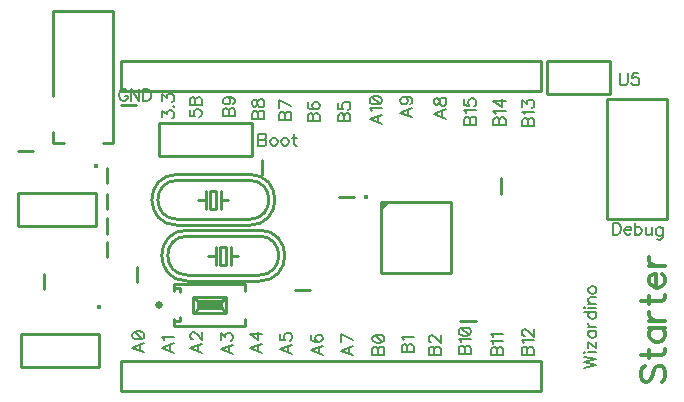
<source format=gbr>
G04 DipTrace 2.3.1.0*
%INTopSilk.gbr*%
%MOMM*%
%ADD10C,0.25*%
%ADD14C,0.4*%
%ADD15C,0.635*%
%ADD21O,0.391X0.392*%
%ADD69C,0.157*%
%ADD70C,0.314*%
%FSLAX53Y53*%
G04*
G71*
G90*
G75*
G01*
%LNTopSilk*%
%LPD*%
X-22960Y31421D2*
D10*
Y32720D1*
X-23002Y29414D2*
Y30713D1*
X-22960Y35708D2*
Y37007D1*
Y33485D2*
Y34784D1*
X8231Y24058D2*
X6932D1*
X10368Y36106D2*
Y34807D1*
X-2050Y34513D2*
X-3349D1*
X-5761Y26635D2*
X-7060D1*
X-29240Y38433D2*
X-30539D1*
X-20421Y28645D2*
Y27346D1*
X-28357Y26743D2*
Y28042D1*
X-21833Y42286D2*
X-20534D1*
X-9900Y36403D2*
Y37702D1*
X-17275Y23598D2*
X-11275D1*
X-17275Y27198D2*
X-11275D1*
X-17275D2*
Y26598D1*
Y23598D2*
Y24198D1*
X-11275Y23598D2*
Y24198D1*
Y26598D2*
Y27198D1*
X-17275Y26798D2*
X-16774D1*
Y26498D1*
Y24398D2*
Y23998D1*
X-17275D1*
X-15675Y26098D2*
X-12875D1*
Y24698D1*
X-15675D1*
Y26098D1*
G36*
X-15374Y25798D2*
X-13176D1*
Y24998D1*
X-15374D1*
Y25798D1*
G37*
X-15275Y25698D2*
D10*
X-15675Y26098D1*
X-13275Y25698D2*
X-12875Y26098D1*
X-13275Y25098D2*
X-12875Y24698D1*
X-15275Y25098D2*
X-15575Y24698D1*
D15*
X-18561Y25398D3*
X174Y34115D2*
D10*
X6176D1*
Y28115D1*
X174D1*
Y34115D1*
G36*
D2*
Y33315D1*
X975Y34115D1*
X174D1*
G37*
D14*
X-1025Y34566D3*
D21*
X-23910Y37141D3*
X-23883Y34874D2*
D10*
X-30483D1*
X-23883Y32074D2*
X-30483D1*
Y34874D2*
Y32074D1*
X-23883Y34874D2*
Y32074D1*
X14285Y43275D2*
X19625D1*
X14285Y46077D2*
X19625D1*
Y43275D2*
Y46077D1*
X14285Y43275D2*
Y46077D1*
X-18600Y38017D2*
Y40818D1*
Y38017D2*
X-10720D1*
Y40818D1*
X-18600D2*
X-10720D1*
X-16194Y27411D2*
X-10098D1*
X-16194Y31729D2*
X-10098D1*
X-16194Y27919D2*
X-10098D1*
Y31221D2*
X-16194D1*
X-13400Y30332D2*
X-12892D1*
Y28808D1*
X-13400D1*
Y30332D1*
X-12511D2*
Y29570D1*
Y28808D1*
X-13781Y30332D2*
Y29570D1*
Y28808D1*
X-12511Y29570D2*
X-11876D1*
X-13781D2*
X-14417D1*
X-16194Y31729D2*
G03X-16194Y27411I0J-2159D01*
G01*
X-10098D2*
G03X-10098Y31729I0J2159D01*
G01*
X-16194Y31221D2*
G03X-16194Y27919I1J-1651D01*
G01*
X-10098D2*
G03X-10098Y31221I-1J1651D01*
G01*
X-17028Y32135D2*
X-10931D1*
X-17028Y36453D2*
X-10931D1*
X-17028Y32642D2*
X-10931D1*
Y35945D2*
X-17028D1*
X-14234Y35056D2*
X-13725D1*
Y33531D1*
X-14234D1*
Y35056D1*
X-13344D2*
Y34294D1*
Y33531D1*
X-14615Y35056D2*
Y34294D1*
Y33531D1*
X-13344Y34294D2*
X-12709D1*
X-14615D2*
X-15250D1*
X-17028Y36453D2*
G03X-17028Y32135I0J-2159D01*
G01*
X-10931D2*
G03X-10931Y36453I0J2159D01*
G01*
X-17028Y35945D2*
G03X-17028Y32642I1J-1651D01*
G01*
X-10931D2*
G03X-10931Y35945I-1J1651D01*
G01*
D21*
X-23679Y25213D3*
X-23653Y22946D2*
D10*
X-30252D1*
X-23653Y20146D2*
X-30252D1*
Y22946D2*
Y20146D1*
X-23653Y22946D2*
Y20146D1*
X-27519Y50315D2*
X-22519D1*
Y39115D1*
X-23318D1*
X-26618D2*
X-27519D1*
Y40016D1*
Y43116D2*
Y50315D1*
X19340Y42825D2*
Y32665D1*
X24420Y42825D2*
Y32665D1*
X19340Y42825D2*
X24420D1*
X19340Y32665D2*
X24420D1*
X13780Y18110D2*
Y20650D1*
X-21780Y18110D2*
X13780D1*
X-21780D2*
Y20650D1*
X-19860D1*
X13780D1*
Y43509D2*
Y46049D1*
X-21780Y43509D2*
X13780D1*
X-21780D2*
Y46049D1*
X-19860D1*
X13780D1*
X-19831Y22158D2*
D69*
X-20852Y21769D1*
X-19831Y21380D1*
X-20171Y21526D2*
Y22012D1*
X-20851Y22764D2*
X-20803Y22618D1*
X-20657Y22520D1*
X-20414Y22472D1*
X-20268D1*
X-20025Y22520D1*
X-19879Y22618D1*
X-19831Y22764D1*
Y22861D1*
X-19879Y23007D1*
X-20025Y23103D1*
X-20268Y23153D1*
X-20414D1*
X-20657Y23103D1*
X-20803Y23007D1*
X-20851Y22861D1*
Y22764D1*
X-20657Y23103D2*
X-20025Y22520D1*
X-17300Y22127D2*
X-18320Y21737D1*
X-17300Y21349D1*
X-17640Y21495D2*
Y21981D1*
X-18125Y22441D2*
X-18174Y22538D1*
X-18319Y22684D1*
X-17300D1*
X-14914Y22117D2*
X-15935Y21727D1*
X-14914Y21338D1*
X-15255Y21484D2*
Y21971D1*
X-15692Y22480D2*
X-15740D1*
X-15838Y22528D1*
X-15886Y22576D1*
X-15934Y22674D1*
Y22868D1*
X-15886Y22965D1*
X-15838Y23013D1*
X-15740Y23063D1*
X-15643D1*
X-15546Y23013D1*
X-15401Y22917D1*
X-14914Y22430D1*
Y23111D1*
X-12331Y22033D2*
X-13352Y21644D1*
X-12331Y21255D1*
X-12671Y21401D2*
Y21887D1*
X-13351Y22445D2*
Y22978D1*
X-12962Y22687D1*
Y22833D1*
X-12914Y22930D1*
X-12866Y22978D1*
X-12720Y23028D1*
X-12623D1*
X-12477Y22978D1*
X-12379Y22882D1*
X-12331Y22736D1*
Y22590D1*
X-12379Y22445D1*
X-12429Y22396D1*
X-12525Y22347D1*
X-9890Y22093D2*
X-10911Y21703D1*
X-9890Y21314D1*
X-10231Y21460D2*
Y21947D1*
X-9890Y22893D2*
X-10910D1*
X-10231Y22406D1*
Y23135D1*
X-7321Y22039D2*
X-8342Y21649D1*
X-7321Y21261D1*
X-7661Y21407D2*
Y21893D1*
X-8341Y22936D2*
Y22451D1*
X-7904Y22402D1*
X-7952Y22451D1*
X-8002Y22597D1*
Y22742D1*
X-7952Y22888D1*
X-7856Y22985D1*
X-7710Y23034D1*
X-7613D1*
X-7467Y22985D1*
X-7369Y22888D1*
X-7321Y22742D1*
Y22597D1*
X-7369Y22451D1*
X-7419Y22402D1*
X-7515Y22353D1*
X-4722Y21939D2*
X-5743Y21549D1*
X-4722Y21161D1*
X-5063Y21307D2*
Y21793D1*
X-5597Y22835D2*
X-5694Y22787D1*
X-5742Y22641D1*
Y22545D1*
X-5694Y22399D1*
X-5548Y22301D1*
X-5305Y22253D1*
X-5063D1*
X-4868Y22301D1*
X-4771Y22399D1*
X-4722Y22545D1*
Y22593D1*
X-4771Y22738D1*
X-4868Y22835D1*
X-5014Y22884D1*
X-5063D1*
X-5209Y22835D1*
X-5305Y22738D1*
X-5353Y22593D1*
Y22545D1*
X-5305Y22399D1*
X-5209Y22301D1*
X-5063Y22253D1*
X-2157Y21914D2*
X-3178Y21524D1*
X-2157Y21136D1*
X-2498Y21282D2*
Y21768D1*
X-2157Y22422D2*
X-3177Y22909D1*
Y22228D1*
X-528Y21185D2*
X493D1*
Y21623D1*
X443Y21769D1*
X395Y21817D1*
X299Y21865D1*
X153D1*
X55Y21817D1*
X7Y21769D1*
X-42Y21623D1*
X-91Y21769D1*
X-139Y21817D1*
X-236Y21865D1*
X-334D1*
X-430Y21817D1*
X-480Y21769D1*
X-528Y21623D1*
Y21185D1*
X-42D2*
Y21623D1*
X-527Y22471D2*
X-479Y22325D1*
X-333Y22227D1*
X-90Y22179D1*
X56D1*
X299Y22227D1*
X445Y22325D1*
X493Y22471D1*
Y22568D1*
X445Y22714D1*
X299Y22810D1*
X56Y22860D1*
X-90D1*
X-333Y22810D1*
X-479Y22714D1*
X-527Y22568D1*
Y22471D1*
X-333Y22810D2*
X299Y22227D1*
X1953Y21403D2*
X2973D1*
Y21841D1*
X2924Y21987D1*
X2876Y22035D1*
X2779Y22084D1*
X2633D1*
X2535Y22035D1*
X2487Y21987D1*
X2439Y21841D1*
X2389Y21987D1*
X2341Y22035D1*
X2245Y22084D1*
X2147D1*
X2050Y22035D1*
X2001Y21987D1*
X1953Y21841D1*
Y21403D1*
X2439D2*
Y21841D1*
X2148Y22397D2*
X2099Y22495D1*
X1954Y22641D1*
X2973D1*
X4235Y21185D2*
X5256D1*
Y21623D1*
X5206Y21769D1*
X5158Y21817D1*
X5062Y21865D1*
X4916D1*
X4818Y21817D1*
X4770Y21769D1*
X4721Y21623D1*
X4672Y21769D1*
X4624Y21817D1*
X4527Y21865D1*
X4429D1*
X4333Y21817D1*
X4283Y21769D1*
X4235Y21623D1*
Y21185D1*
X4721D2*
Y21623D1*
X4479Y22228D2*
X4430D1*
X4333Y22277D1*
X4284Y22325D1*
X4236Y22423D1*
Y22617D1*
X4284Y22714D1*
X4333Y22762D1*
X4430Y22811D1*
X4527D1*
X4625Y22762D1*
X4770Y22665D1*
X5256Y22179D1*
Y22860D1*
X6802Y21239D2*
X7823D1*
Y21677D1*
X7773Y21823D1*
X7725Y21872D1*
X7628Y21920D1*
X7482D1*
X7385Y21872D1*
X7336Y21823D1*
X7288Y21677D1*
X7239Y21823D1*
X7190Y21872D1*
X7094Y21920D1*
X6996D1*
X6900Y21872D1*
X6850Y21823D1*
X6802Y21677D1*
Y21239D1*
X7288D2*
Y21677D1*
X6997Y22234D2*
X6948Y22331D1*
X6803Y22477D1*
X7823D1*
X6803Y23083D2*
X6851Y22937D1*
X6997Y22839D1*
X7240Y22791D1*
X7386D1*
X7628Y22839D1*
X7774Y22937D1*
X7823Y23083D1*
Y23180D1*
X7774Y23326D1*
X7628Y23422D1*
X7386Y23472D1*
X7240D1*
X6997Y23422D1*
X6851Y23326D1*
X6803Y23180D1*
Y23083D1*
X6997Y23422D2*
X7628Y22839D1*
X9535Y21124D2*
X10555D1*
Y21562D1*
X10506Y21708D1*
X10458Y21757D1*
X10361Y21805D1*
X10215D1*
X10117Y21757D1*
X10069Y21708D1*
X10021Y21562D1*
X9971Y21708D1*
X9923Y21757D1*
X9827Y21805D1*
X9729D1*
X9632Y21757D1*
X9583Y21708D1*
X9535Y21562D1*
Y21124D1*
X10021D2*
Y21562D1*
X9730Y22119D2*
X9681Y22216D1*
X9536Y22362D1*
X10555D1*
X9730Y22676D2*
X9681Y22774D1*
X9536Y22920D1*
X10555D1*
X12127Y21156D2*
X13147D1*
Y21594D1*
X13098Y21740D1*
X13050Y21788D1*
X12953Y21837D1*
X12807D1*
X12709Y21788D1*
X12661Y21740D1*
X12613Y21594D1*
X12563Y21740D1*
X12515Y21788D1*
X12419Y21837D1*
X12321D1*
X12224Y21788D1*
X12175Y21740D1*
X12127Y21594D1*
Y21156D1*
X12613D2*
Y21594D1*
X12322Y22150D2*
X12273Y22248D1*
X12128Y22394D1*
X13147D1*
X12370Y22757D2*
X12322D1*
X12224Y22805D1*
X12176Y22854D1*
X12128Y22951D1*
Y23146D1*
X12176Y23242D1*
X12224Y23291D1*
X12322Y23340D1*
X12419D1*
X12516Y23291D1*
X12661Y23194D1*
X13147Y22708D1*
Y23388D1*
X22541Y20230D2*
D70*
X22346Y20037D1*
X22249Y19745D1*
Y19356D1*
X22346Y19064D1*
X22541Y18869D1*
X22734D1*
X22930Y18968D1*
X23026Y19064D1*
X23123Y19257D1*
X23318Y19841D1*
X23415Y20037D1*
X23514Y20133D1*
X23707Y20230D1*
X23999D1*
X24192Y20037D1*
X24291Y19745D1*
Y19356D1*
X24192Y19064D1*
X23999Y18869D1*
X22249Y21149D2*
X23902D1*
X24192Y21246D1*
X24291Y21441D1*
Y21635D1*
X22930Y20857D2*
Y21538D1*
Y23428D2*
X24291D1*
X23222D2*
X23026Y23235D1*
X22930Y23039D1*
Y22749D1*
X23026Y22554D1*
X23222Y22361D1*
X23514Y22262D1*
X23707D1*
X23999Y22361D1*
X24192Y22554D1*
X24291Y22749D1*
Y23039D1*
X24192Y23235D1*
X23999Y23428D1*
X22930Y24055D2*
X24291D1*
X23514D2*
X23222Y24154D1*
X23026Y24347D1*
X22930Y24543D1*
Y24835D1*
X22249Y25754D2*
X23902D1*
X24192Y25851D1*
X24291Y26046D1*
Y26239D1*
X22930Y25462D2*
Y26143D1*
X23514Y26867D2*
Y28032D1*
X23318D1*
X23123Y27936D1*
X23026Y27839D1*
X22930Y27644D1*
Y27352D1*
X23026Y27159D1*
X23222Y26963D1*
X23514Y26867D1*
X23707D1*
X23999Y26963D1*
X24192Y27159D1*
X24291Y27352D1*
Y27644D1*
X24192Y27839D1*
X23999Y28032D1*
X22930Y28660D2*
X24291D1*
X23514D2*
X23222Y28759D1*
X23026Y28952D1*
X22930Y29147D1*
Y29439D1*
X19833Y32338D2*
D69*
Y31317D1*
X20174D1*
X20320Y31367D1*
X20417Y31463D1*
X20466Y31561D1*
X20514Y31706D1*
Y31949D1*
X20466Y32095D1*
X20417Y32192D1*
X20320Y32290D1*
X20174Y32338D1*
X19833D1*
X20828Y31706D2*
X21411D1*
Y31803D1*
X21362Y31901D1*
X21314Y31949D1*
X21216Y31998D1*
X21070D1*
X20974Y31949D1*
X20876Y31852D1*
X20828Y31706D1*
Y31609D1*
X20876Y31463D1*
X20974Y31367D1*
X21070Y31317D1*
X21216D1*
X21314Y31367D1*
X21411Y31463D1*
X21724Y32338D2*
Y31317D1*
Y31852D2*
X21822Y31949D1*
X21919Y31998D1*
X22065D1*
X22161Y31949D1*
X22259Y31852D1*
X22307Y31706D1*
Y31609D1*
X22259Y31463D1*
X22161Y31367D1*
X22065Y31317D1*
X21919D1*
X21822Y31367D1*
X21724Y31463D1*
X22621Y31998D2*
Y31511D1*
X22669Y31367D1*
X22767Y31317D1*
X22913D1*
X23009Y31367D1*
X23155Y31511D1*
Y31998D2*
Y31317D1*
X24052Y31949D2*
Y31171D1*
X24004Y31026D1*
X23955Y30977D1*
X23858Y30929D1*
X23712D1*
X23615Y30977D1*
X24052Y31803D2*
X23955Y31900D1*
X23858Y31949D1*
X23712D1*
X23615Y31900D1*
X23517Y31803D1*
X23469Y31657D1*
Y31560D1*
X23517Y31415D1*
X23615Y31317D1*
X23712Y31269D1*
X23858D1*
X23955Y31317D1*
X24052Y31415D1*
X20417Y45005D2*
Y44276D1*
X20465Y44130D1*
X20563Y44033D1*
X20709Y43984D1*
X20805D1*
X20951Y44033D1*
X21049Y44130D1*
X21097Y44276D1*
Y45005D1*
X21994Y45004D2*
X21509D1*
X21460Y44567D1*
X21509Y44615D1*
X21655Y44664D1*
X21800D1*
X21946Y44615D1*
X22043Y44518D1*
X22092Y44372D1*
Y44276D1*
X22043Y44130D1*
X21946Y44032D1*
X21800Y43984D1*
X21655D1*
X21509Y44032D1*
X21460Y44081D1*
X21411Y44178D1*
X12170Y40525D2*
X13190D1*
Y40963D1*
X13141Y41109D1*
X13093Y41157D1*
X12996Y41206D1*
X12850D1*
X12752Y41157D1*
X12704Y41109D1*
X12656Y40963D1*
X12606Y41109D1*
X12558Y41157D1*
X12462Y41206D1*
X12364D1*
X12267Y41157D1*
X12218Y41109D1*
X12170Y40963D1*
Y40525D1*
X12656D2*
Y40963D1*
X12365Y41520D2*
X12316Y41617D1*
X12171Y41763D1*
X13190D1*
X12171Y42175D2*
Y42708D1*
X12559Y42417D1*
Y42563D1*
X12608Y42660D1*
X12656Y42708D1*
X12802Y42758D1*
X12898D1*
X13044Y42708D1*
X13142Y42612D1*
X13190Y42466D1*
Y42320D1*
X13142Y42175D1*
X13093Y42126D1*
X12996Y42077D1*
X9735Y40584D2*
X10756D1*
Y41022D1*
X10707Y41168D1*
X10659Y41217D1*
X10562Y41265D1*
X10416D1*
X10318Y41217D1*
X10270Y41168D1*
X10222Y41022D1*
X10172Y41168D1*
X10124Y41217D1*
X10027Y41265D1*
X9930D1*
X9833Y41217D1*
X9784Y41168D1*
X9735Y41022D1*
Y40584D1*
X10222D2*
Y41022D1*
X9931Y41579D2*
X9881Y41676D1*
X9736Y41822D1*
X10756D1*
Y42622D2*
X9736D1*
X10416Y42136D1*
Y42865D1*
X7253Y40650D2*
X8274D1*
Y41088D1*
X8224Y41234D1*
X8176Y41282D1*
X8079Y41331D1*
X7933D1*
X7836Y41282D1*
X7787Y41234D1*
X7739Y41088D1*
X7690Y41234D1*
X7641Y41282D1*
X7545Y41331D1*
X7447D1*
X7351Y41282D1*
X7301Y41234D1*
X7253Y41088D1*
Y40650D1*
X7739D2*
Y41088D1*
X7448Y41645D2*
X7399Y41742D1*
X7254Y41888D1*
X8274D1*
X7254Y42785D2*
Y42300D1*
X7691Y42251D1*
X7643Y42300D1*
X7593Y42446D1*
Y42591D1*
X7643Y42737D1*
X7739Y42834D1*
X7885Y42883D1*
X7982D1*
X8128Y42834D1*
X8225Y42737D1*
X8274Y42591D1*
Y42446D1*
X8225Y42300D1*
X8176Y42251D1*
X8079Y42202D1*
X5752Y41951D2*
X4731Y41561D1*
X5752Y41172D1*
X5411Y41318D2*
Y41805D1*
X4732Y42507D2*
X4780Y42362D1*
X4877Y42313D1*
X4974D1*
X5071Y42362D1*
X5120Y42459D1*
X5169Y42653D1*
X5217Y42799D1*
X5315Y42895D1*
X5411Y42944D1*
X5557D1*
X5654Y42895D1*
X5703Y42847D1*
X5752Y42701D1*
Y42507D1*
X5703Y42362D1*
X5654Y42313D1*
X5557Y42264D1*
X5411D1*
X5315Y42313D1*
X5217Y42410D1*
X5169Y42555D1*
X5120Y42749D1*
X5071Y42847D1*
X4974Y42895D1*
X4877D1*
X4780Y42847D1*
X4732Y42701D1*
Y42507D1*
X2853Y42057D2*
X1832Y41668D1*
X2853Y41279D1*
X2513Y41425D2*
Y41911D1*
X2172Y43004D2*
X2318Y42954D1*
X2416Y42858D1*
X2464Y42712D1*
Y42663D1*
X2416Y42517D1*
X2318Y42421D1*
X2172Y42371D1*
X2124D1*
X1978Y42421D1*
X1882Y42517D1*
X1833Y42663D1*
Y42712D1*
X1882Y42858D1*
X1978Y42954D1*
X2172Y43004D1*
X2416D1*
X2659Y42954D1*
X2805Y42858D1*
X2853Y42712D1*
Y42615D1*
X2805Y42469D1*
X2707Y42421D1*
X281Y41505D2*
X-740Y41115D1*
X281Y40726D1*
X-59Y40872D2*
Y41359D1*
X-545Y41818D2*
X-594Y41916D1*
X-739Y42062D1*
X281D1*
X-739Y42668D2*
X-691Y42522D1*
X-545Y42424D1*
X-302Y42376D1*
X-156D1*
X87Y42424D1*
X233Y42522D1*
X281Y42668D1*
Y42764D1*
X233Y42910D1*
X87Y43007D1*
X-156Y43056D1*
X-302D1*
X-545Y43007D1*
X-691Y42910D1*
X-739Y42764D1*
Y42668D1*
X-545Y43007D2*
X87Y42424D1*
X-3401Y40929D2*
X-2380D1*
Y41367D1*
X-2429Y41513D1*
X-2478Y41561D1*
X-2574Y41609D1*
X-2720D1*
X-2818Y41561D1*
X-2866Y41513D1*
X-2915Y41367D1*
X-2964Y41513D1*
X-3012Y41561D1*
X-3109Y41609D1*
X-3207D1*
X-3303Y41561D1*
X-3353Y41513D1*
X-3401Y41367D1*
Y40929D1*
X-2915D2*
Y41367D1*
X-3400Y42506D2*
Y42021D1*
X-2963Y41973D1*
X-3011Y42021D1*
X-3061Y42167D1*
Y42312D1*
X-3011Y42458D1*
X-2915Y42556D1*
X-2769Y42604D1*
X-2672D1*
X-2526Y42556D1*
X-2428Y42458D1*
X-2380Y42312D1*
Y42167D1*
X-2428Y42021D1*
X-2478Y41973D1*
X-2574Y41923D1*
X-6009Y40954D2*
X-4988D1*
Y41392D1*
X-5037Y41538D1*
X-5086Y41586D1*
X-5182Y41634D1*
X-5328D1*
X-5426Y41586D1*
X-5474Y41538D1*
X-5523Y41392D1*
X-5572Y41538D1*
X-5620Y41586D1*
X-5717Y41634D1*
X-5815D1*
X-5911Y41586D1*
X-5961Y41538D1*
X-6009Y41392D1*
Y40954D1*
X-5523D2*
Y41392D1*
X-5863Y42531D2*
X-5959Y42482D1*
X-6008Y42336D1*
Y42240D1*
X-5959Y42094D1*
X-5813Y41996D1*
X-5571Y41948D1*
X-5328D1*
X-5134Y41996D1*
X-5036Y42094D1*
X-4988Y42240D1*
Y42288D1*
X-5036Y42433D1*
X-5134Y42531D1*
X-5280Y42579D1*
X-5328D1*
X-5474Y42531D1*
X-5571Y42433D1*
X-5619Y42288D1*
Y42240D1*
X-5571Y42094D1*
X-5474Y41996D1*
X-5328Y41948D1*
X-8401Y41054D2*
X-7380D1*
Y41492D1*
X-7429Y41638D1*
X-7478Y41686D1*
X-7574Y41734D1*
X-7720D1*
X-7818Y41686D1*
X-7866Y41638D1*
X-7915Y41492D1*
X-7964Y41638D1*
X-8012Y41686D1*
X-8109Y41734D1*
X-8207D1*
X-8303Y41686D1*
X-8353Y41638D1*
X-8401Y41492D1*
Y41054D1*
X-7915D2*
Y41492D1*
X-7380Y42243D2*
X-8400Y42729D1*
Y42048D1*
X-10693Y41138D2*
X-9672D1*
Y41576D1*
X-9722Y41722D1*
X-9770Y41770D1*
X-9867Y41818D1*
X-10013D1*
X-10110Y41770D1*
X-10159Y41722D1*
X-10207Y41576D1*
X-10256Y41722D1*
X-10305Y41770D1*
X-10401Y41818D1*
X-10499D1*
X-10595Y41770D1*
X-10645Y41722D1*
X-10693Y41576D1*
Y41138D1*
X-10207D2*
Y41576D1*
X-10692Y42375D2*
X-10644Y42230D1*
X-10547Y42180D1*
X-10449D1*
X-10353Y42230D1*
X-10303Y42326D1*
X-10255Y42521D1*
X-10207Y42667D1*
X-10109Y42763D1*
X-10013Y42812D1*
X-9867D1*
X-9770Y42763D1*
X-9721Y42715D1*
X-9672Y42569D1*
Y42375D1*
X-9721Y42230D1*
X-9770Y42180D1*
X-9867Y42132D1*
X-10013D1*
X-10109Y42180D1*
X-10207Y42278D1*
X-10255Y42423D1*
X-10303Y42617D1*
X-10353Y42715D1*
X-10449Y42763D1*
X-10547D1*
X-10644Y42715D1*
X-10692Y42569D1*
Y42375D1*
X-13175Y41370D2*
X-12154D1*
Y41808D1*
X-12204Y41954D1*
X-12252Y42002D1*
X-12348Y42050D1*
X-12494D1*
X-12592Y42002D1*
X-12640Y41954D1*
X-12689Y41808D1*
X-12738Y41954D1*
X-12786Y42002D1*
X-12883Y42050D1*
X-12981D1*
X-13077Y42002D1*
X-13127Y41954D1*
X-13175Y41808D1*
Y41370D1*
X-12689D2*
Y41808D1*
X-12835Y42996D2*
X-12689Y42947D1*
X-12591Y42850D1*
X-12543Y42704D1*
Y42656D1*
X-12591Y42510D1*
X-12689Y42413D1*
X-12835Y42364D1*
X-12883D1*
X-13029Y42413D1*
X-13126Y42510D1*
X-13174Y42656D1*
Y42704D1*
X-13126Y42850D1*
X-13029Y42947D1*
X-12835Y42996D1*
X-12591D1*
X-12348Y42947D1*
X-12202Y42850D1*
X-12154Y42704D1*
Y42608D1*
X-12202Y42462D1*
X-12300Y42413D1*
X-15983Y41887D2*
Y41402D1*
X-15546Y41353D1*
X-15594Y41402D1*
X-15644Y41548D1*
Y41692D1*
X-15594Y41838D1*
X-15498Y41936D1*
X-15352Y41984D1*
X-15255D1*
X-15109Y41936D1*
X-15012Y41838D1*
X-14963Y41692D1*
Y41548D1*
X-15012Y41402D1*
X-15061Y41353D1*
X-15158Y41304D1*
X-15984Y42298D2*
X-14963D1*
Y42736D1*
X-15013Y42882D1*
X-15061Y42931D1*
X-15158Y42979D1*
X-15304D1*
X-15401Y42931D1*
X-15450Y42882D1*
X-15498Y42736D1*
X-15547Y42882D1*
X-15596Y42931D1*
X-15692Y42979D1*
X-15790D1*
X-15886Y42931D1*
X-15936Y42882D1*
X-15984Y42736D1*
Y42298D1*
X-15498D2*
Y42736D1*
X-18319Y41279D2*
Y41813D1*
X-17930Y41522D1*
Y41668D1*
X-17882Y41764D1*
X-17834Y41813D1*
X-17688Y41862D1*
X-17591D1*
X-17445Y41813D1*
X-17348Y41716D1*
X-17299Y41570D1*
Y41424D1*
X-17348Y41279D1*
X-17397Y41231D1*
X-17494Y41182D1*
X-17397Y42224D2*
X-17348Y42176D1*
X-17299Y42224D1*
X-17348Y42274D1*
X-17397Y42224D1*
X-18319Y42685D2*
Y43218D1*
X-17930Y42928D1*
Y43074D1*
X-17882Y43170D1*
X-17834Y43218D1*
X-17688Y43268D1*
X-17591D1*
X-17445Y43218D1*
X-17348Y43122D1*
X-17299Y42976D1*
Y42830D1*
X-17348Y42685D1*
X-17397Y42637D1*
X-17494Y42587D1*
X-21229Y43429D2*
X-21278Y43525D1*
X-21375Y43623D1*
X-21472Y43671D1*
X-21666D1*
X-21764Y43623D1*
X-21861Y43525D1*
X-21910Y43429D1*
X-21958Y43283D1*
Y43039D1*
X-21910Y42894D1*
X-21861Y42796D1*
X-21764Y42700D1*
X-21666Y42650D1*
X-21472D1*
X-21375Y42700D1*
X-21278Y42796D1*
X-21229Y42894D1*
Y43039D1*
X-21472D1*
X-20235Y43671D2*
Y42650D1*
X-20916Y43671D1*
Y42650D1*
X-19921Y43671D2*
Y42650D1*
X-19581D1*
X-19435Y42700D1*
X-19337Y42796D1*
X-19289Y42894D1*
X-19241Y43039D1*
Y43283D1*
X-19289Y43429D1*
X-19337Y43525D1*
X-19435Y43623D1*
X-19581Y43671D1*
X-19921D1*
X17437Y20049D2*
X18458Y20293D1*
X17437Y20535D1*
X18458Y20778D1*
X17437Y21022D1*
Y21335D2*
X17486Y21384D1*
X17437Y21433D1*
X17388Y21384D1*
X17437Y21335D1*
X17778Y21384D2*
X18458D1*
X17778Y21747D2*
Y22281D1*
X18458Y21747D1*
Y22281D1*
X17778Y23178D2*
X18458D1*
X17924D2*
X17826Y23081D1*
X17778Y22984D1*
Y22839D1*
X17826Y22741D1*
X17924Y22644D1*
X18070Y22595D1*
X18166D1*
X18312Y22644D1*
X18409Y22741D1*
X18458Y22839D1*
Y22984D1*
X18409Y23081D1*
X18312Y23178D1*
X17778Y23492D2*
X18458D1*
X18070D2*
X17924Y23541D1*
X17826Y23638D1*
X17778Y23735D1*
Y23881D1*
X17437Y24778D2*
X18458D1*
X17924D2*
X17826Y24681D1*
X17778Y24584D1*
Y24438D1*
X17826Y24341D1*
X17924Y24243D1*
X18070Y24195D1*
X18166D1*
X18312Y24243D1*
X18409Y24341D1*
X18458Y24438D1*
Y24584D1*
X18409Y24681D1*
X18312Y24778D1*
X17437Y25092D2*
X17486Y25140D1*
X17437Y25189D1*
X17388Y25140D1*
X17437Y25092D1*
X17778Y25140D2*
X18458D1*
X17778Y25503D2*
X18458D1*
X17972D2*
X17826Y25649D1*
X17778Y25747D1*
Y25892D1*
X17826Y25989D1*
X17972Y26038D1*
X18458D1*
X17778Y26594D2*
X17826Y26497D1*
X17924Y26400D1*
X18070Y26351D1*
X18166D1*
X18312Y26400D1*
X18409Y26497D1*
X18458Y26594D1*
Y26740D1*
X18409Y26838D1*
X18312Y26934D1*
X18166Y26984D1*
X18070D1*
X17924Y26934D1*
X17826Y26838D1*
X17778Y26740D1*
Y26594D1*
X-10167Y39880D2*
Y38859D1*
X-9729D1*
X-9583Y38908D1*
X-9534Y38956D1*
X-9486Y39053D1*
Y39199D1*
X-9534Y39297D1*
X-9583Y39345D1*
X-9729Y39393D1*
X-9583Y39443D1*
X-9534Y39491D1*
X-9486Y39588D1*
Y39685D1*
X-9534Y39782D1*
X-9583Y39831D1*
X-9729Y39880D1*
X-10167D1*
Y39393D2*
X-9729D1*
X-8930Y39539D2*
X-9026Y39491D1*
X-9124Y39393D1*
X-9172Y39247D1*
Y39151D1*
X-9124Y39005D1*
X-9026Y38908D1*
X-8930Y38859D1*
X-8784D1*
X-8686Y38908D1*
X-8589Y39005D1*
X-8540Y39151D1*
Y39247D1*
X-8589Y39393D1*
X-8686Y39491D1*
X-8784Y39539D1*
X-8930D1*
X-7984D2*
X-8080Y39491D1*
X-8178Y39393D1*
X-8226Y39247D1*
Y39151D1*
X-8178Y39005D1*
X-8080Y38908D1*
X-7984Y38859D1*
X-7838D1*
X-7740Y38908D1*
X-7643Y39005D1*
X-7594Y39151D1*
Y39247D1*
X-7643Y39393D1*
X-7740Y39491D1*
X-7838Y39539D1*
X-7984D1*
X-7134Y39880D2*
Y39053D1*
X-7086Y38908D1*
X-6988Y38859D1*
X-6892D1*
X-7280Y39539D2*
X-6940D1*
M02*

</source>
